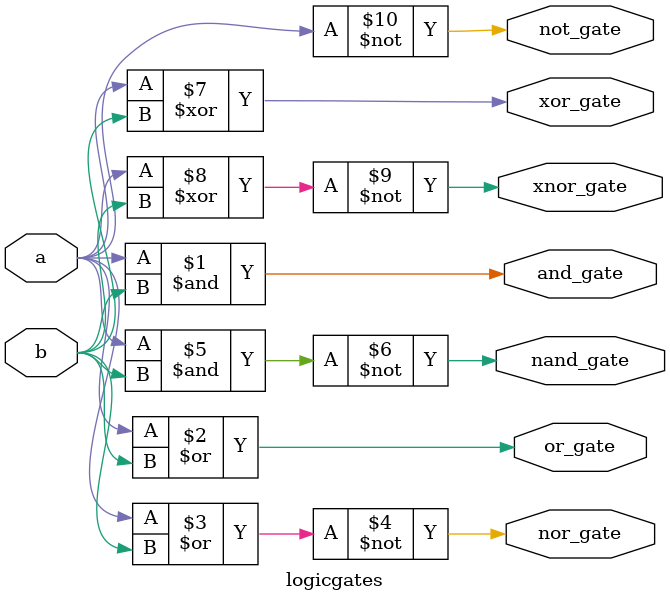
<source format=v>
`timescale 1ns / 1ps

module logicgates(
    input a,b,
    output  and_gate,
    output  or_gate,
    output  not_gate,
    output  nor_gate,
    output  nand_gate,
    output  xor_gate,
    output  xnor_gate
    );
    and g1(and_gate,a,b);
    or g2(or_gate,a,b);
    not g3(not_gate,a);
    nor g4(nor_gate,a,b);
    nand g5(nand_gate,a,b);
    xor g6(xor_gate,a,b);
    xnor g7(xnor_gate,a,b);
endmodule
</source>
